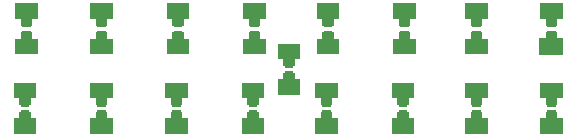
<source format=gbr>
G04 start of page 8 for group -4014 idx -4014 *
G04 Title: (unknown), bottompaste *
G04 Creator: pcb 20100929 *
G04 CreationDate: Fri Apr 25 13:48:38 2014 UTC *
G04 For: xpi *
G04 Format: Gerber/RS-274X *
G04 PCB-Dimensions: 200000 50000 *
G04 PCB-Coordinate-Origin: lower left *
%MOIN*%
%FSLAX25Y25*%
%LNBACKPASTE*%
%ADD22R,0.0197X0.0197*%
%ADD23R,0.0295X0.0295*%
%ADD24R,0.0512X0.0512*%
%ADD25R,0.0562X0.0562*%
G54D22*X99607Y23926D02*X100393D01*
X99607Y27074D02*X100393D01*
G54D23*X99508Y22941D02*X100492D01*
X99508Y28059D02*X100492D01*
G54D24*X98819Y19595D02*X101181D01*
X98819Y31405D02*X101181D01*
G54D22*X12107Y37426D02*X12893D01*
X12107Y40574D02*X12893D01*
G54D23*X12008Y36441D02*X12992D01*
X12008Y41559D02*X12992D01*
G54D24*X11319Y33095D02*X13681D01*
X11319Y44905D02*X13681D01*
G54D22*X187107Y37426D02*X187893D01*
X187107Y40574D02*X187893D01*
G54D23*X187008Y36441D02*X187992D01*
X187008Y41559D02*X187992D01*
G54D25*X186319Y33095D02*X188681D01*
G54D24*X186319Y44905D02*X188681D01*
G54D22*X162107Y10926D02*X162893D01*
X162107Y14074D02*X162893D01*
G54D23*X162008Y9941D02*X162992D01*
X162008Y15059D02*X162992D01*
G54D24*X161319Y6595D02*X163681D01*
X161319Y18405D02*X163681D01*
G54D22*X162107Y37426D02*X162893D01*
X162107Y40574D02*X162893D01*
G54D23*X162008Y36441D02*X162992D01*
X162008Y41559D02*X162992D01*
G54D24*X161319Y33095D02*X163681D01*
X161319Y44905D02*X163681D01*
G54D22*X137607Y10926D02*X138393D01*
X137607Y14074D02*X138393D01*
G54D23*X137508Y9941D02*X138492D01*
X137508Y15059D02*X138492D01*
G54D24*X136819Y6595D02*X139181D01*
X136819Y18405D02*X139181D01*
G54D22*X138107Y37426D02*X138893D01*
X138107Y40574D02*X138893D01*
G54D23*X138008Y36441D02*X138992D01*
X138008Y41559D02*X138992D01*
G54D24*X137319Y33095D02*X139681D01*
X137319Y44905D02*X139681D01*
G54D22*X112107Y10926D02*X112893D01*
X112107Y14074D02*X112893D01*
G54D23*X112008Y9941D02*X112992D01*
X112008Y15059D02*X112992D01*
G54D24*X111319Y6595D02*X113681D01*
X111319Y18405D02*X113681D01*
G54D22*X112607Y37426D02*X113393D01*
X112607Y40574D02*X113393D01*
G54D23*X112508Y36441D02*X113492D01*
X112508Y41559D02*X113492D01*
G54D24*X111819Y33095D02*X114181D01*
X111819Y44905D02*X114181D01*
G54D22*X87607Y10926D02*X88393D01*
X87607Y14074D02*X88393D01*
G54D23*X87508Y9941D02*X88492D01*
X87508Y15059D02*X88492D01*
G54D24*X86819Y6595D02*X89181D01*
X86819Y18405D02*X89181D01*
G54D22*X88107Y37426D02*X88893D01*
X88107Y40574D02*X88893D01*
G54D23*X88008Y36441D02*X88992D01*
X88008Y41559D02*X88992D01*
G54D24*X87319Y33095D02*X89681D01*
X87319Y44905D02*X89681D01*
G54D22*X62107Y10926D02*X62893D01*
X62107Y14074D02*X62893D01*
G54D23*X62008Y9941D02*X62992D01*
X62008Y15059D02*X62992D01*
G54D24*X61319Y6595D02*X63681D01*
X61319Y18405D02*X63681D01*
G54D22*X62607Y37426D02*X63393D01*
X62607Y40574D02*X63393D01*
G54D23*X62508Y36441D02*X63492D01*
X62508Y41559D02*X63492D01*
G54D24*X61819Y33095D02*X64181D01*
X61819Y44905D02*X64181D01*
G54D22*X37107Y10926D02*X37893D01*
X37107Y14074D02*X37893D01*
G54D23*X37008Y9941D02*X37992D01*
X37008Y15059D02*X37992D01*
G54D24*X36319Y6595D02*X38681D01*
X36319Y18405D02*X38681D01*
G54D22*X37107Y37426D02*X37893D01*
X37107Y40574D02*X37893D01*
G54D23*X37008Y36441D02*X37992D01*
X37008Y41559D02*X37992D01*
G54D24*X36319Y33095D02*X38681D01*
X36319Y44905D02*X38681D01*
G54D22*X11607Y10926D02*X12393D01*
X11607Y14074D02*X12393D01*
G54D23*X11508Y9941D02*X12492D01*
X11508Y15059D02*X12492D01*
G54D24*X10819Y6595D02*X13181D01*
X10819Y18405D02*X13181D01*
G54D22*X187107Y10926D02*X187893D01*
X187107Y14074D02*X187893D01*
G54D23*X187008Y9941D02*X187992D01*
X187008Y15059D02*X187992D01*
G54D24*X186319Y6595D02*X188681D01*
X186319Y18405D02*X188681D01*
M02*

</source>
